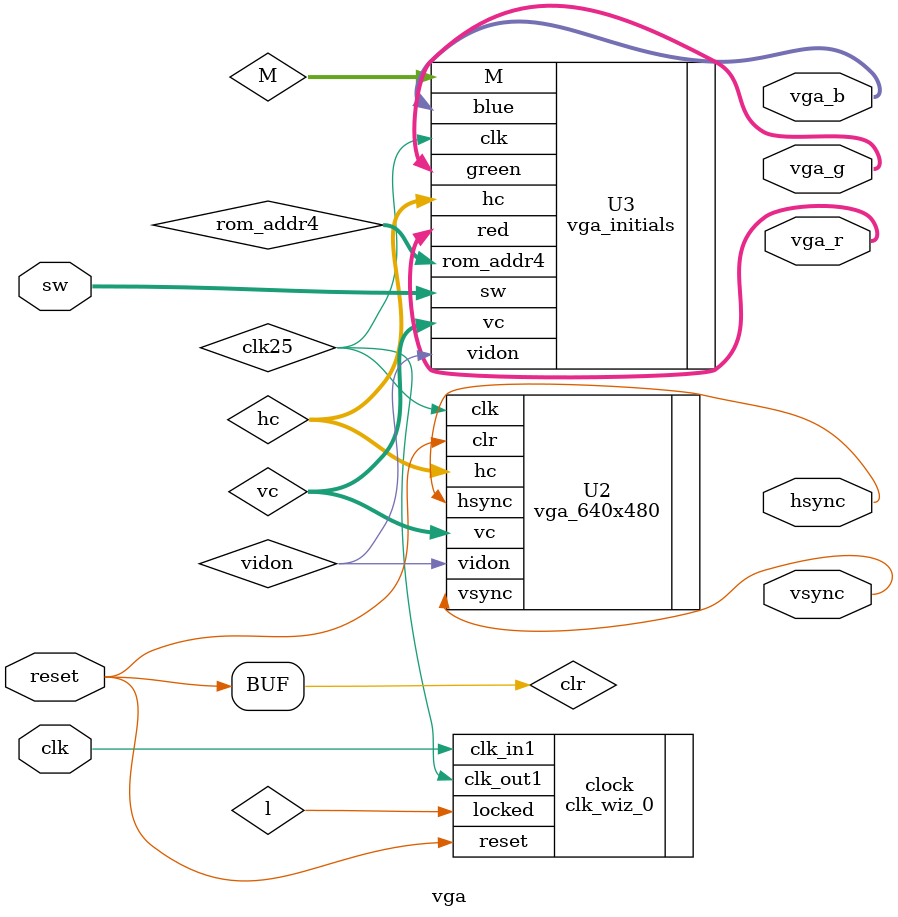
<source format=v>
`timescale 1ns / 1ps


module vga(
input wire clk,
input wire  reset,
output wire hsync,
output wire vsync,
output wire [4:0] vga_r,
output wire [5:0] vga_g,
output wire [4:0] vga_b,
input  [3:0] sw
);

wire l;
wire clr, clk25,vidon;
wire [9:0] hc,vc;
wire [0:31] M;
wire [3:0] rom_addr4;

assign clr = reset;

//clkdiv U1(
	//	.mclk(clk),
		//.clr(clr),
		//.clk25(clk25)
//				);
				
				
  clk_wiz_0 clock(
                  // Clock out ports
                  .clk_out1(clk25),     // output clk_out1
                  // Status and control signals
                  .reset(reset), // input reset
                  .locked(l),       // output locked
                 // Clock in ports
                  .clk_in1(clk));      // input clk_in1
              // INST_TAG_END ------ End INSTANTIATION Template ---------
				
				
vga_640x480 U2(
		.clk(clk25),
		.clr(clr),
		.hsync(hsync),
		.vsync(vsync),
		.hc(hc),
		.vc(vc),
		.vidon(vidon)
					);
					
vga_initials U3(
		.clk(clk25),
		.vidon(vidon),
		.hc(hc),
		.vc(vc),
		.M(M),
		.sw(sw),
		.rom_addr4(rom_addr4),
		.red(vga_r),
		.green(vga_g),
		.blue(vga_b)
						);
					
endmodule


</source>
